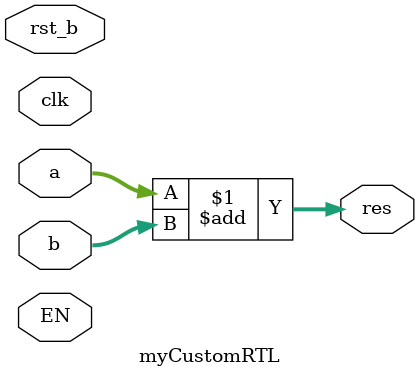
<source format=v>
module myCustomRTL(
    input [31:0] a,
    input [31:0] b,
    input EN, clk, rst_b,
    output /*reg*/ [31:0] res
);
    assign res = a + b;
    /*
    always @(posedge clk or negedge rst_b) begin
        if (!rst_b) res <= 0;
        else res <= a + b;
    end
    */
endmodule

</source>
